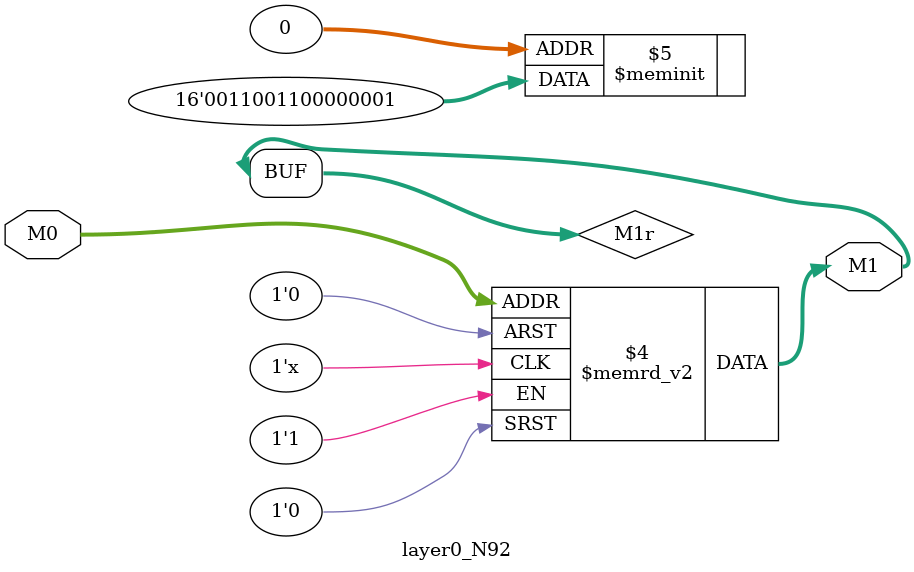
<source format=v>
module layer0_N92 ( input [2:0] M0, output [1:0] M1 );

	(*rom_style = "distributed" *) reg [1:0] M1r;
	assign M1 = M1r;
	always @ (M0) begin
		case (M0)
			3'b000: M1r = 2'b01;
			3'b100: M1r = 2'b11;
			3'b010: M1r = 2'b00;
			3'b110: M1r = 2'b11;
			3'b001: M1r = 2'b00;
			3'b101: M1r = 2'b00;
			3'b011: M1r = 2'b00;
			3'b111: M1r = 2'b00;

		endcase
	end
endmodule

</source>
